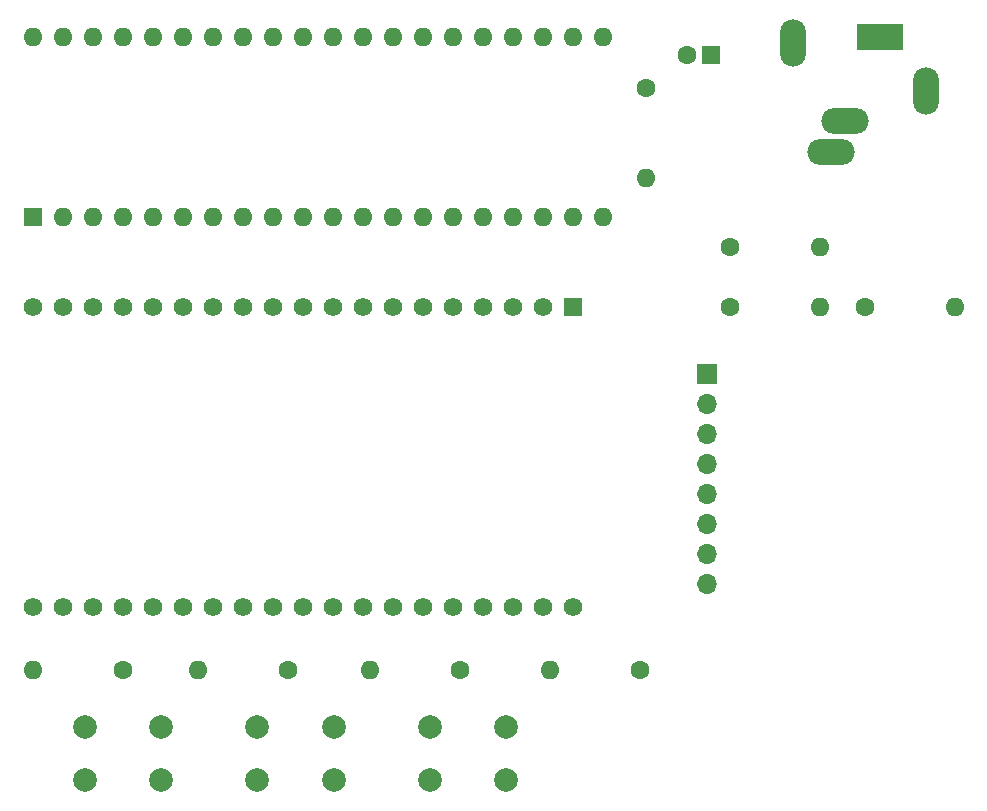
<source format=gbs>
G04 #@! TF.GenerationSoftware,KiCad,Pcbnew,(6.0.1)*
G04 #@! TF.CreationDate,2022-02-24T00:37:53+09:00*
G04 #@! TF.ProjectId,KPD02-YMF288Solo-20220117,4b504430-322d-4594-9d46-323838536f6c,rev?*
G04 #@! TF.SameCoordinates,Original*
G04 #@! TF.FileFunction,Soldermask,Bot*
G04 #@! TF.FilePolarity,Negative*
%FSLAX46Y46*%
G04 Gerber Fmt 4.6, Leading zero omitted, Abs format (unit mm)*
G04 Created by KiCad (PCBNEW (6.0.1)) date 2022-02-24 00:37:53*
%MOMM*%
%LPD*%
G01*
G04 APERTURE LIST*
%ADD10C,1.600000*%
%ADD11O,1.600000X1.600000*%
%ADD12R,1.600000X1.600000*%
%ADD13O,2.200000X4.000000*%
%ADD14O,4.000000X2.200000*%
%ADD15R,4.000000X2.200000*%
%ADD16C,2.000000*%
%ADD17R,1.700000X1.700000*%
%ADD18O,1.700000X1.700000*%
%ADD19R,1.560000X1.560000*%
%ADD20C,1.560000*%
G04 APERTURE END LIST*
D10*
G04 #@! TO.C,R8*
X198628000Y-90678000D03*
D11*
X198628000Y-98298000D03*
G04 #@! TD*
D12*
G04 #@! TO.C,C1*
X204155113Y-87884000D03*
D10*
X202155113Y-87884000D03*
G04 #@! TD*
D13*
G04 #@! TO.C,J2*
X222340000Y-90960000D03*
D14*
X214340000Y-96160000D03*
X215540000Y-93460000D03*
D13*
X211140000Y-86860000D03*
D15*
X218440000Y-86360000D03*
G04 #@! TD*
D16*
G04 #@! TO.C,SW2*
X165735000Y-144780000D03*
X172235000Y-144780000D03*
X165735000Y-149280000D03*
X172235000Y-149280000D03*
G04 #@! TD*
D10*
G04 #@! TO.C,R3*
X217170000Y-109220000D03*
D11*
X224790000Y-109220000D03*
G04 #@! TD*
D17*
G04 #@! TO.C,J1*
X203835000Y-114935000D03*
D18*
X203835000Y-117475000D03*
X203835000Y-120015000D03*
X203835000Y-122555000D03*
X203835000Y-125095000D03*
X203835000Y-127635000D03*
X203835000Y-130175000D03*
X203835000Y-132715000D03*
G04 #@! TD*
D10*
G04 #@! TO.C,R1*
X205740000Y-104140000D03*
D11*
X213360000Y-104140000D03*
G04 #@! TD*
D10*
G04 #@! TO.C,R2*
X205740000Y-109220000D03*
D11*
X213360000Y-109220000D03*
G04 #@! TD*
D19*
G04 #@! TO.C,U2*
X192480000Y-109220000D03*
D20*
X189940000Y-109220000D03*
X187400000Y-109220000D03*
X184860000Y-109220000D03*
X182320000Y-109220000D03*
X179780000Y-109220000D03*
X177240000Y-109220000D03*
X174700000Y-109220000D03*
X172160000Y-109220000D03*
X169620000Y-109220000D03*
X167080000Y-109220000D03*
X164540000Y-109220000D03*
X162000000Y-109220000D03*
X159460000Y-109220000D03*
X156920000Y-109220000D03*
X154380000Y-109220000D03*
X151840000Y-109220000D03*
X149300000Y-109220000D03*
X146760000Y-109220000D03*
X192480000Y-134620000D03*
X189940000Y-134620000D03*
X187400000Y-134620000D03*
X184860000Y-134620000D03*
X182320000Y-134620000D03*
X179780000Y-134620000D03*
X177240000Y-134620000D03*
X174700000Y-134620000D03*
X172160000Y-134620000D03*
X169620000Y-134620000D03*
X167080000Y-134620000D03*
X164540000Y-134620000D03*
X162000000Y-134620000D03*
X159460000Y-134620000D03*
X156920000Y-134620000D03*
X154380000Y-134620000D03*
X151840000Y-134620000D03*
X149300000Y-134620000D03*
X146760000Y-134620000D03*
G04 #@! TD*
D16*
G04 #@! TO.C,SW1*
X151130000Y-144780000D03*
X157630000Y-144780000D03*
X151130000Y-149280000D03*
X157630000Y-149280000D03*
G04 #@! TD*
D10*
G04 #@! TO.C,R6*
X182880000Y-139990000D03*
D11*
X175260000Y-139990000D03*
G04 #@! TD*
D12*
G04 #@! TO.C,U1*
X146765000Y-101600000D03*
D11*
X149305000Y-101600000D03*
X151845000Y-101600000D03*
X154385000Y-101600000D03*
X156925000Y-101600000D03*
X159465000Y-101600000D03*
X162005000Y-101600000D03*
X164545000Y-101600000D03*
X167085000Y-101600000D03*
X169625000Y-101600000D03*
X172165000Y-101600000D03*
X174705000Y-101600000D03*
X177245000Y-101600000D03*
X179785000Y-101600000D03*
X182325000Y-101600000D03*
X184865000Y-101600000D03*
X187405000Y-101600000D03*
X189945000Y-101600000D03*
X192485000Y-101600000D03*
X195025000Y-101600000D03*
X195025000Y-86360000D03*
X192485000Y-86360000D03*
X189945000Y-86360000D03*
X187405000Y-86360000D03*
X184865000Y-86360000D03*
X182325000Y-86360000D03*
X179785000Y-86360000D03*
X177245000Y-86360000D03*
X174705000Y-86360000D03*
X172165000Y-86360000D03*
X169625000Y-86360000D03*
X167085000Y-86360000D03*
X164545000Y-86360000D03*
X162005000Y-86360000D03*
X159465000Y-86360000D03*
X156925000Y-86360000D03*
X154385000Y-86360000D03*
X151845000Y-86360000D03*
X149305000Y-86360000D03*
X146765000Y-86360000D03*
G04 #@! TD*
D10*
G04 #@! TO.C,R5*
X168350000Y-139990000D03*
D11*
X160730000Y-139990000D03*
G04 #@! TD*
D16*
G04 #@! TO.C,SW3*
X180340000Y-144780000D03*
X186840000Y-144780000D03*
X180340000Y-149280000D03*
X186840000Y-149280000D03*
G04 #@! TD*
D10*
G04 #@! TO.C,R4*
X154380000Y-139990000D03*
D11*
X146760000Y-139990000D03*
G04 #@! TD*
D10*
G04 #@! TO.C,R7*
X198120000Y-139990000D03*
D11*
X190500000Y-139990000D03*
G04 #@! TD*
M02*

</source>
